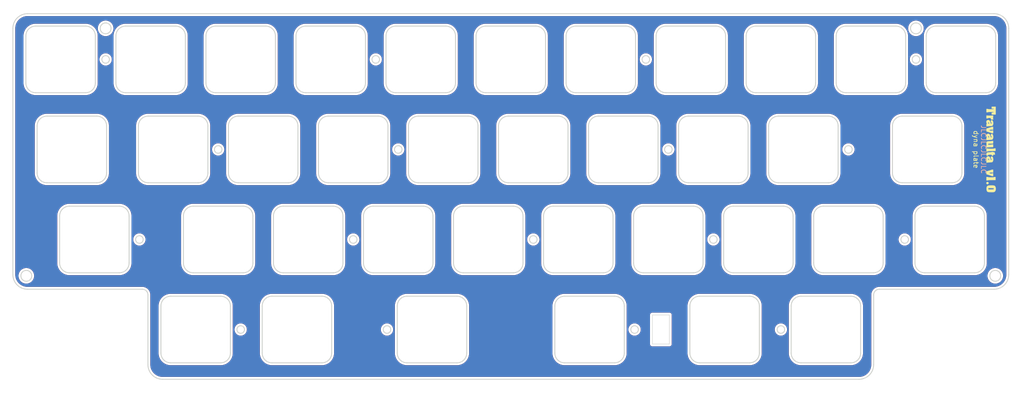
<source format=kicad_pcb>
(kicad_pcb (version 20240108) (generator "pcbnew") (generator_version "8.0")
  (layers (0 "F.Cu" signal) (31 "B.Cu" signal) (34 "B.Paste" user) (35 "F.Paste" user) (36 "B.SilkS" user "B.Silkscreen") (37 "F.SilkS" user "F.Silkscreen") (38 "B.Mask" user) (39 "F.Mask" user) (44 "Edge.Cuts" user))
  (net 0 "")
  (net 1 "GND")
  (footprint "LOGO" (layer "F.Cu") (at 250.825 76.2 -90)
    (property "Reference" "G***" (hide yes))
    (property "Value" "LOGO" (hide yes))
  )
  (gr_arc (start 113.7091 100.2214) (mid 113.101347 101.688647) (end 111.6341 102.2964) (stroke (width 0.2)) (layer "Edge.Cuts"))
  (gr_arc (start 249.44035 100.2213) (mid 248.832594 101.688629) (end 247.37956 102.2964) (stroke (width 0.2)) (layer "Edge.Cuts"))
  (gr_arc (start 201.81535 119.2713) (mid 201.207594 120.738629) (end 199.75456 121.3464) (stroke (width 0.2)) (layer "Edge.Cuts"))
  (gr_arc (start 180.3841 81.1714) (mid 179.776347 82.638647) (end 178.3091 83.2464) (stroke (width 0.2)) (layer "Edge.Cuts"))
  (gr_line (start 127.5841 71.2214) (end 127.5841 81.1714) (stroke (width 0.2)) (layer "Edge.Cuts"))
  (gr_arc (start 71.25 105.774999) (mid 72.098528 106.126471) (end 72.45 106.974999) (stroke (width 0.2)) (layer "Edge.Cuts"))
  (gr_line (start 98.7028 121.3464) (end 109.26706 121.3464) (stroke (width 0.2)) (layer "Edge.Cuts"))
  (gr_line (start 222.9 124.824999) (end 75.55 124.824999) (stroke (width 0.2)) (layer "Edge.Cuts"))
  (gr_line (start 105.8466 64.1964) (end 116.3966 64.1964) (stroke (width 0.2)) (layer "Edge.Cuts"))
  (gr_arc (start 215.3841 102.2964) (mid 213.916853 101.688647) (end 213.3091 100.2214) (stroke (width 0.2)) (layer "Edge.Cuts"))
  (gr_arc (start 111.32785 119.2713) (mid 110.720094 120.738629) (end 109.26706 121.3464) (stroke (width 0.2)) (layer "Edge.Cuts"))
  (gr_line (start 175.6216 62.1214) (end 175.6216 52.1714) (stroke (width 0.2)) (layer "Edge.Cuts"))
  (gr_line (start 46.975 47.474999) (end 251.475 47.474999) (stroke (width 0.2)) (layer "Edge.Cuts"))
  (gr_line (start 237.1216 52.1714) (end 237.1216 62.1214) (stroke (width 0.2)) (layer "Edge.Cuts"))
  (gr_circle (center 120.65 57.15) (end 121.45 57.15) (stroke (width 0.2)) (fill none) (layer "Edge.Cuts"))
  (gr_circle (center 175.41875 114.3) (end 176.21875 114.3) (stroke (width 0.2)) (fill none) (layer "Edge.Cuts"))
  (gr_arc (start 221.1716 107.2464) (mid 222.638847 107.854153) (end 223.2466 109.3214) (stroke (width 0.2)) (layer "Edge.Cuts"))
  (gr_line (start 140.2091 69.1464) (end 129.6591 69.1464) (stroke (width 0.2)) (layer "Edge.Cuts"))
  (gr_arc (start 137.5216 62.1214) (mid 136.913847 63.588647) (end 135.4466 64.1964) (stroke (width 0.2)) (layer "Edge.Cuts"))
  (gr_line (start 211.6466 50.0964) (end 201.0966 50.0964) (stroke (width 0.2)) (layer "Edge.Cuts"))
  (gr_line (start 113.7091 100.2214) (end 113.7091 90.2714) (stroke (width 0.2)) (layer "Edge.Cuts"))
  (gr_arc (start 46.6216 52.1714) (mid 47.229353 50.704153) (end 48.6966 50.0964) (stroke (width 0.2)) (layer "Edge.Cuts"))
  (gr_line (start 137.5216 62.1214) (end 137.5216 52.1714) (stroke (width 0.2)) (layer "Edge.Cuts"))
  (gr_line (start 110.6091 83.2464) (end 121.1591 83.2464) (stroke (width 0.2)) (layer "Edge.Cuts"))
  (gr_arc (start 111.6341 88.1964) (mid 113.101347 88.804153) (end 113.7091 90.2714) (stroke (width 0.2)) (layer "Edge.Cuts"))
  (gr_arc (start 97.3466 50.0964) (mid 98.813847 50.704153) (end 99.4216 52.1714) (stroke (width 0.2)) (layer "Edge.Cuts"))
  (gr_arc (start 156.1591 90.2714) (mid 156.766853 88.804153) (end 158.2341 88.1964) (stroke (width 0.2)) (layer "Edge.Cuts"))
  (gr_arc (start 148.7091 83.2464) (mid 147.241853 82.638647) (end 146.6341 81.1714) (stroke (width 0.2)) (layer "Edge.Cuts"))
  (gr_arc (start 48.6966 64.1964) (mid 47.229353 63.588647) (end 46.6216 62.1214) (stroke (width 0.2)) (layer "Edge.Cuts"))
  (gr_line (start 239.1966 64.1964) (end 249.7466 64.1964) (stroke (width 0.2)) (layer "Edge.Cuts"))
  (gr_arc (start 254.575 102.674999) (mid 253.667031 104.86703) (end 251.475 105.774999) (stroke (width 0.2)) (layer "Edge.Cuts"))
  (gr_arc (start 77.2716 121.3464) (mid 75.804353 120.738647) (end 75.1966 119.2714) (stroke (width 0.2)) (layer "Edge.Cuts"))
  (gr_line (start 197.3591 69.1464) (end 186.8091 69.1464) (stroke (width 0.2)) (layer "Edge.Cuts"))
  (gr_arc (start 146.6341 71.2214) (mid 147.241853 69.754153) (end 148.7091 69.1464) (stroke (width 0.2)) (layer "Edge.Cuts"))
  (gr_line (start 192.5966 50.0964) (end 182.0466 50.0964) (stroke (width 0.2)) (layer "Edge.Cuts"))
  (gr_line (start 51.07785 83.2464) (end 61.62785 83.2464) (stroke (width 0.2)) (layer "Edge.Cuts"))
  (gr_arc (start 46.975 105.774999) (mid 44.782969 104.86703) (end 43.875 102.674999) (stroke (width 0.2)) (layer "Edge.Cuts"))
  (gr_line (start 80.3716 62.1214) (end 80.3716 52.1714) (stroke (width 0.2)) (layer "Edge.Cuts"))
  (gr_line (start 189.1903 121.3464) (end 199.75456 121.3464) (stroke (width 0.2)) (layer "Edge.Cuts"))
  (gr_arc (start 61.3216 62.1214) (mid 60.713847 63.588647) (end 59.2466 64.1964) (stroke (width 0.2)) (layer "Edge.Cuts"))
  (gr_line (start 91.5591 83.2464) (end 102.1091 83.2464) (stroke (width 0.2)) (layer "Edge.Cuts"))
  (gr_arc (start 96.62785 109.3214) (mid 97.235606 107.854171) (end 98.688496 107.2464) (stroke (width 0.2)) (layer "Edge.Cuts"))
  (gr_line (start 158.54035 109.3215) (end 158.54035 119.2714) (stroke (width 0.2)) (layer "Edge.Cuts"))
  (gr_line (start 122.8216 52.1714) (end 122.8216 62.1214) (stroke (width 0.2)) (layer "Edge.Cuts"))
  (gr_line (start 206.8841 88.1964) (end 196.3341 88.1964) (stroke (width 0.2)) (layer "Edge.Cuts"))
  (gr_line (start 97.3466 50.0964) (end 86.7966 50.0964) (stroke (width 0.2)) (layer "Edge.Cuts"))
  (gr_arc (start 121.1591 69.1464) (mid 122.626347 69.754153) (end 123.2341 71.2214) (stroke (width 0.2)) (layer "Edge.Cuts"))
  (gr_arc (start 156.5716 62.1214) (mid 155.963847 63.588647) (end 154.4966 64.1964) (stroke (width 0.2)) (layer "Edge.Cuts"))
  (gr_arc (start 249.7466 50.0964) (mid 251.213847 50.704153) (end 251.8216 52.1714) (stroke (width 0.2)) (layer "Edge.Cuts"))
  (gr_line (start 234.74035 90.2715) (end 234.74035 100.2214) (stroke (width 0.2)) (layer "Edge.Cuts"))
  (gr_line (start 199.7404 107.2464) (end 189.175996 107.2464) (stroke (width 0.2)) (layer "Edge.Cuts"))
  (gr_line (start 218.0716 52.1714) (end 218.0716 62.1214) (stroke (width 0.2)) (layer "Edge.Cuts"))
  (gr_line (start 116.3966 50.0964) (end 105.8466 50.0964) (stroke (width 0.2)) (layer "Edge.Cuts"))
  (gr_arc (start 99.4216 62.1214) (mid 98.813847 63.588647) (end 97.3466 64.1964) (stroke (width 0.2)) (layer "Edge.Cuts"))
  (gr_circle (center 123.03125 114.3) (end 123.83125 114.3) (stroke (width 0.2)) (fill none) (layer "Edge.Cuts"))
  (gr_line (start 205.8591 83.2464) (end 216.4091 83.2464) (stroke (width 0.2)) (layer "Edge.Cuts"))
  (gr_arc (start 123.2341 81.1714) (mid 122.626347 82.638647) (end 121.1591 83.2464) (stroke (width 0.2)) (layer "Edge.Cuts"))
  (gr_line (start 120.1341 102.2964) (end 130.6841 102.2964) (stroke (width 0.2)) (layer "Edge.Cuts"))
  (gr_arc (start 244.67785 81.1713) (mid 244.070094 82.638629) (end 242.61706 83.2464) (stroke (width 0.2)) (layer "Edge.Cuts"))
  (gr_line (start 168.7841 88.1964) (end 158.2341 88.1964) (stroke (width 0.2)) (layer "Edge.Cuts"))
  (gr_line (start 79.9591 90.2714) (end 79.9591 100.2214) (stroke (width 0.2)) (layer "Edge.Cuts"))
  (gr_arc (start 154.4966 50.0964) (mid 155.963847 50.704153) (end 156.5716 52.1714) (stroke (width 0.2)) (layer "Edge.Cuts"))
  (gr_line (start 167.7591 83.2464) (end 178.3091 83.2464) (stroke (width 0.2)) (layer "Edge.Cuts"))
  (gr_arc (start 177.2841 102.2964) (mid 175.816853 101.688647) (end 175.2091 100.2214) (stroke (width 0.2)) (layer "Edge.Cuts"))
  (gr_arc (start 205.8591 83.2464) (mid 204.391853 82.638647) (end 203.7841 81.1714) (stroke (width 0.2)) (layer "Edge.Cuts"))
  (gr_line (start 179.9716 52.1714) (end 179.9716 62.1214) (stroke (width 0.2)) (layer "Edge.Cuts"))
  (gr_circle (center 234.95 57.15) (end 235.75 57.15) (stroke (width 0.2)) (fill none) (layer "Edge.Cuts"))
  (gr_line (start 187.11535 109.3215) (end 187.11535 119.2714) (stroke (width 0.2)) (layer "Edge.Cuts"))
  (gr_arc (start 234.74035 90.2715) (mid 235.348106 88.804171) (end 236.800996 88.1964) (stroke (width 0.2)) (layer "Edge.Cuts"))
  (gr_line (start 232.0528 83.2464) (end 242.61706 83.2464) (stroke (width 0.2)) (layer "Edge.Cuts"))
  (gr_line (start 175.2091 90.2714) (end 175.2091 100.2214) (stroke (width 0.2)) (layer "Edge.Cuts"))
  (gr_arc (start 189.9091 100.2214) (mid 189.301347 101.688647) (end 187.8341 102.2964) (stroke (width 0.2)) (layer "Edge.Cuts"))
  (gr_line (start 242.6029 69.1464) (end 232.038496 69.1464) (stroke (width 0.2)) (layer "Edge.Cuts"))
  (gr_arc (start 99.0091 90.2714) (mid 99.616853 88.804153) (end 101.0841 88.1964) (stroke (width 0.2)) (layer "Edge.Cuts"))
  (gr_line (start 199.4341 81.1714) (end 199.4341 71.2214) (stroke (width 0.2)) (layer "Edge.Cuts"))
  (gr_arc (start 201.0966 64.1964) (mid 199.629353 63.588647) (end 199.0216 62.1214) (stroke (width 0.2)) (layer "Edge.Cuts"))
  (gr_arc (start 89.4841 71.2214) (mid 90.091853 69.754153) (end 91.5591 69.1464) (stroke (width 0.2)) (layer "Edge.Cuts"))
  (gr_arc (start 104.1841 81.1714) (mid 103.576347 82.638647) (end 102.1091 83.2464) (stroke (width 0.2)) (layer "Edge.Cuts"))
  (gr_line (start 225.9341 88.1964) (end 215.3841 88.1964) (stroke (width 0.2)) (layer "Edge.Cuts"))
  (gr_line (start 148.7091 83.2464) (end 159.2591 83.2464) (stroke (width 0.2)) (layer "Edge.Cuts"))
  (gr_arc (start 84.7216 52.1714) (mid 85.329353 50.704153) (end 86.7966 50.0964) (stroke (width 0.2)) (layer "Edge.Cuts"))
  (gr_arc (start 171.1654 107.2464) (mid 172.632629 107.854136) (end 173.24035 109.3214) (stroke (width 0.2)) (layer "Edge.Cuts"))
  (gr_line (start 66.39035 88.1964) (end 55.84035 88.1964) (stroke (width 0.2)) (layer "Edge.Cuts"))
  (gr_line (start 94.6591 100.2214) (end 94.6591 90.2714) (stroke (width 0.2)) (layer "Edge.Cuts"))
  (gr_circle (center 63.5 50.574999) (end 64.65 50.574999) (stroke (width 0.2)) (fill none) (layer "Edge.Cuts"))
  (gr_arc (start 130.6841 88.1964) (mid 132.151347 88.804153) (end 132.7591 90.2714) (stroke (width 0.2)) (layer "Edge.Cuts"))
  (gr_arc (start 218.4841 81.1714) (mid 217.876347 82.638647) (end 216.4091 83.2464) (stroke (width 0.2)) (layer "Edge.Cuts"))
  (gr_line (start 156.1591 90.2714) (end 156.1591 100.2214) (stroke (width 0.2)) (layer "Edge.Cuts"))
  (gr_line (start 68.46535 100.2214) (end 68.46535 90.2714) (stroke (width 0.2)) (layer "Edge.Cuts"))
  (gr_line (start 177.2841 102.2964) (end 187.8341 102.2964) (stroke (width 0.2)) (layer "Edge.Cuts"))
  (gr_circle (center 46.716 102.933999) (end 47.866 102.933999) (stroke (width 0.2)) (fill none) (layer "Edge.Cuts"))
  (gr_arc (start 78.2966 50.0964) (mid 79.763847 50.704153) (end 80.3716 52.1714) (stroke (width 0.2)) (layer "Edge.Cuts"))
  (gr_line (start 82.0341 102.2964) (end 92.5841 102.2964) (stroke (width 0.2)) (layer "Edge.Cuts"))
  (gr_arc (start 65.6716 52.1714) (mid 66.279353 50.704153) (end 67.7466 50.0964) (stroke (width 0.2)) (layer "Edge.Cuts"))
  (gr_arc (start 120.1341 102.2964) (mid 118.666853 101.688647) (end 118.0591 100.2214) (stroke (width 0.2)) (layer "Edge.Cuts"))
  (gr_line (start 89.8966 119.2714) (end 89.8966 109.3214) (stroke (width 0.2)) (layer "Edge.Cuts"))
  (gr_line (start 61.3216 62.1214) (end 61.3216 52.1714) (stroke (width 0.2)) (layer "Edge.Cuts"))
  (gr_arc (start 63.70285 81.1714) (mid 63.095097 82.638647) (end 61.62785 83.2464) (stroke (width 0.2)) (layer "Edge.Cuts"))
  (gr_arc (start 199.7404 107.2464) (mid 201.207629 107.854136) (end 201.81535 109.3214) (stroke (width 0.2)) (layer "Edge.Cuts"))
  (gr_line (start 85.1341 81.1714) (end 85.1341 71.2214) (stroke (width 0.2)) (layer "Edge.Cuts"))
  (gr_line (start 123.2341 81.1714) (end 123.2341 71.2214) (stroke (width 0.2)) (layer "Edge.Cuts"))
  (gr_arc (start 194.2591 90.2714) (mid 194.866853 88.804153) (end 196.3341 88.1964) (stroke (width 0.2)) (layer "Edge.Cuts"))
  (gr_arc (start 178.3091 69.1464) (mid 179.776347 69.754153) (end 180.3841 71.2214) (stroke (width 0.2)) (layer "Edge.Cuts"))
  (gr_circle (center 192.0875 95.25) (end 192.8875 95.25) (stroke (width 0.2)) (fill none) (layer "Edge.Cuts"))
  (gr_arc (start 160.6153 121.3464) (mid 159.148071 120.738664) (end 158.54035 119.2714) (stroke (width 0.2)) (layer "Edge.Cuts"))
  (gr_arc (start 208.9591 100.2214) (mid 208.351347 101.688647) (end 206.8841 102.2964) (stroke (width 0.2)) (layer "Edge.Cuts"))
  (gr_arc (start 80.3716 62.1214) (mid 79.763847 63.588647) (end 78.2966 64.1964) (stroke (width 0.2)) (layer "Edge.Cuts"))
  (gr_arc (start 143.9466 64.1964) (mid 142.479353 63.588647) (end 141.8716 62.1214) (stroke (width 0.2)) (layer "Edge.Cuts"))
  (gr_arc (start 55.84035 102.2964) (mid 54.373103 101.688647) (end 53.76535 100.2214) (stroke (width 0.2)) (layer "Edge.Cuts"))
  (gr_line (start 137.8279 107.2464) (end 127.263496 107.2464) (stroke (width 0.2)) (layer "Edge.Cuts"))
  (gr_line (start 146.6341 71.2214) (end 146.6341 81.1714) (stroke (width 0.2)) (layer "Edge.Cuts"))
  (gr_line (start 46.6216 52.1714) (end 46.6216 62.1214) (stroke (width 0.2)) (layer "Edge.Cuts"))
  (gr_line (start 111.6341 88.1964) (end 101.0841 88.1964) (stroke (width 0.2)) (layer "Edge.Cuts"))
  (gr_line (start 203.7841 71.2214) (end 203.7841 81.1714) (stroke (width 0.2)) (layer "Edge.Cuts"))
  (gr_line (start 99.4216 62.1214) (end 99.4216 52.1714) (stroke (width 0.2)) (layer "Edge.Cuts"))
  (gr_line (start 132.7591 100.2214) (end 132.7591 90.2714) (stroke (width 0.2)) (layer "Edge.Cuts"))
  (gr_arc (start 162.9966 64.1964) (mid 161.529353 63.588647) (end 160.9216 62.1214) (stroke (width 0.2)) (layer "Edge.Cuts"))
  (gr_line (start 199.0216 52.1714) (end 199.0216 62.1214) (stroke (width 0.2)) (layer "Edge.Cuts"))
  (gr_line (start 151.8091 100.2214) (end 151.8091 90.2714) (stroke (width 0.2)) (layer "Edge.Cuts"))
  (gr_line (start 201.0966 64.1964) (end 211.6466 64.1964) (stroke (width 0.2)) (layer "Edge.Cuts"))
  (gr_line (start 129.6591 83.2464) (end 140.2091 83.2464) (stroke (width 0.2)) (layer "Edge.Cuts"))
  (gr_arc (start 139.1841 102.2964) (mid 137.716853 101.688647) (end 137.1091 100.2214) (stroke (width 0.2)) (layer "Edge.Cuts"))
  (gr_line (start 223.2466 119.2714) (end 223.2466 109.3214) (stroke (width 0.2)) (layer "Edge.Cuts"))
  (gr_arc (start 218.0716 52.1714) (mid 218.679353 50.704153) (end 220.1466 50.0964) (stroke (width 0.2)) (layer "Edge.Cuts"))
  (gr_arc (start 68.46535 100.2214) (mid 67.857597 101.688647) (end 66.39035 102.2964) (stroke (width 0.2)) (layer "Edge.Cuts"))
  (gr_line (start 121.1591 69.1464) (end 110.6091 69.1464) (stroke (width 0.2)) (layer "Edge.Cuts"))
  (gr_circle (center 251.734375 102.933999) (end 252.884375 102.933999) (stroke (width 0.2)) (fill none) (layer "Edge.Cuts"))
  (gr_arc (start 103.7716 52.1714) (mid 104.379353 50.704153) (end 105.8466 50.0964) (stroke (width 0.2)) (layer "Edge.Cuts"))
  (gr_arc (start 75.55 124.824999) (mid 73.357969 123.91703) (end 72.45 121.724999) (stroke (width 0.2)) (layer "Edge.Cuts"))
  (gr_arc (start 179.9716 52.1714) (mid 180.579353 50.704153) (end 182.0466 50.0964) (stroke (width 0.2)) (layer "Edge.Cuts"))
  (gr_arc (start 86.7966 64.1964) (mid 85.329353 63.588647) (end 84.7216 62.1214) (stroke (width 0.2)) (layer "Edge.Cuts"))
  (gr_circle (center 232.56875 95.25) (end 233.36875 95.25) (stroke (width 0.2)) (fill none) (layer "Edge.Cuts"))
  (gr_line (start 251.475 105.774999) (end 227.2 105.774999) (stroke (width 0.2)) (layer "Edge.Cuts"))
  (gr_line (start 141.8716 52.1714) (end 141.8716 62.1214) (stroke (width 0.2)) (layer "Edge.Cuts"))
  (gr_line (start 61.62785 69.1464) (end 51.07785 69.1464) (stroke (width 0.2)) (layer "Edge.Cuts"))
  (gr_line (start 130.6841 88.1964) (end 120.1341 88.1964) (stroke (width 0.2)) (layer "Edge.Cuts"))
  (gr_arc (start 49.00285 71.2214) (mid 49.610603 69.754153) (end 51.07785 69.1464) (stroke (width 0.2)) (layer "Edge.Cuts"))
  (gr_line (start 216.4091 69.1464) (end 205.8591 69.1464) (stroke (width 0.2)) (layer "Edge.Cuts"))
  (gr_line (start 249.44035 100.2213) (end 249.44035 90.2714) (stroke (width 0.2)) (layer "Edge.Cuts"))
  (gr_line (start 180.3841 81.1714) (end 180.3841 71.2214) (stroke (width 0.2)) (layer "Edge.Cuts"))
  (gr_line (start 201.81535 119.2713) (end 201.81535 109.3214) (stroke (width 0.2)) (layer "Edge.Cuts"))
  (gr_line (start 160.6153 121.3464) (end 171.17956 121.3464) (stroke (width 0.2)) (layer "Edge.Cuts"))
  (gr_line (start 247.3654 88.1964) (end 236.800996 88.1964) (stroke (width 0.2)) (layer "Edge.Cuts"))
  (gr_line (start 194.2591 90.2714) (end 194.2591 100.2214) (stroke (width 0.2)) (layer "Edge.Cuts"))
  (gr_circle (center 153.9875 95.25) (end 154.7875 95.25) (stroke (width 0.2)) (fill none) (layer "Edge.Cuts"))
  (gr_line (start 228.0091 100.2214) (end 228.0091 90.2714) (stroke (width 0.2)) (layer "Edge.Cuts"))
  (gr_line (start 72.5091 83.2464) (end 83.0591 83.2464) (stroke (width 0.2)) (layer "Edge.Cuts"))
  (gr_line (start 48.6966 64.1964) (end 59.2466 64.1964) (stroke (width 0.2)) (layer "Edge.Cuts"))
  (gr_arc (start 197.3591 69.1464) (mid 198.826347 69.754153) (end 199.4341 71.2214) (stroke (width 0.2)) (layer "Edge.Cuts"))
  (gr_line (start 103.7716 52.1714) (end 103.7716 62.1214) (stroke (width 0.2)) (layer "Edge.Cuts"))
  (gr_line (start 254.575 50.574999) (end 254.575 102.674999) (stroke (width 0.2)) (layer "Edge.Cuts"))
  (gr_line (start 173.5466 50.0964) (end 162.9966 50.0964) (stroke (width 0.2)) (layer "Edge.Cuts"))
  (gr_arc (start 213.7216 62.1214) (mid 213.113847 63.588647) (end 211.6466 64.1964) (stroke (width 0.2)) (layer "Edge.Cuts"))
  (gr_line (start 171.1654 107.2464) (end 160.600996 107.2464) (stroke (width 0.2)) (layer "Edge.Cuts"))
  (gr_line (start 89.4841 71.2214) (end 89.4841 81.1714) (stroke (width 0.2)) (layer "Edge.Cuts"))
  (gr_line (start 77.2716 121.3464) (end 87.8216 121.3464) (stroke (width 0.2)) (layer "Edge.Cuts"))
  (gr_arc (start 105.8466 64.1964) (mid 104.379353 63.588647) (end 103.7716 62.1214) (stroke (width 0.2)) (layer "Edge.Cuts"))
  (gr_arc (start 211.6466 50.0964) (mid 213.113847 50.704153) (end 213.7216 52.1714) (stroke (width 0.2)) (layer "Edge.Cuts"))
  (gr_line (start 154.4966 50.0964) (end 143.9466 50.0964) (stroke (width 0.2)) (layer "Edge.Cuts"))
  (gr_arc (start 251.8216 62.1214) (mid 251.213847 63.588647) (end 249.7466 64.1964) (stroke (width 0.2)) (layer "Edge.Cuts"))
  (gr_arc (start 124.8966 64.1964) (mid 123.429353 63.588647) (end 122.8216 62.1214) (stroke (width 0.2)) (layer "Edge.Cuts"))
  (gr_line (start 75.1966 109.3214) (end 75.1966 119.2714) (stroke (width 0.2)) (layer "Edge.Cuts"))
  (gr_arc (start 151.8091 100.2214) (mid 151.201347 101.688647) (end 149.7341 102.2964) (stroke (width 0.2)) (layer "Edge.Cuts"))
  (gr_arc (start 43.875 50.574999) (mid 44.782969 48.382968) (end 46.975 47.474999) (stroke (width 0.2)) (layer "Edge.Cuts"))
  (gr_arc (start 251.475 47.474999) (mid 253.667031 48.382968) (end 254.575 50.574999) (stroke (width 0.2)) (layer "Edge.Cuts"))
  (gr_line (start 71.25 105.774999) (end 46.975 105.774999) (stroke (width 0.2)) (layer "Edge.Cuts"))
  (gr_arc (start 110.6091 83.2464) (mid 109.141853 82.638647) (end 108.5341 81.1714) (stroke (width 0.2)) (layer "Edge.Cuts"))
  (gr_line (start 99.0091 90.2714) (end 99.0091 100.2214) (stroke (width 0.2)) (layer "Edge.Cuts"))
  (gr_arc (start 173.5466 50.0964) (mid 175.013847 50.704153) (end 175.6216 52.1714) (stroke (width 0.2)) (layer "Edge.Cuts"))
  (gr_line (start 43.875 102.674999) (end 43.875 50.574999) (stroke (width 0.2)) (layer "Edge.Cuts"))
  (gr_circle (center 125.4125 76.2) (end 126.2125 76.2) (stroke (width 0.2)) (fill none) (layer "Edge.Cuts"))
  (gr_arc (start 210.6216 121.3464) (mid 209.154353 120.738647) (end 208.5466 119.2714) (stroke (width 0.2)) (layer "Edge.Cuts"))
  (gr_line (start 96.62785 109.3214) (end 96.62785 119.2714) (stroke (width 0.2)) (layer "Edge.Cuts"))
  (gr_arc (start 199.0216 52.1714) (mid 199.629353 50.704153) (end 201.0966 50.0964) (stroke (width 0.2)) (layer "Edge.Cuts"))
  (gr_arc (start 186.8091 83.2464) (mid 185.341853 82.638647) (end 184.7341 81.1714) (stroke (width 0.2)) (layer "Edge.Cuts"))
  (gr_line (start 189.9091 100.2214) (end 189.9091 90.2714) (stroke (width 0.2)) (layer "Edge.Cuts"))
  (gr_arc (start 140.2091 69.1464) (mid 141.676347 69.754153) (end 142.2841 71.2214) (stroke (width 0.2)) (layer "Edge.Cuts"))
  (gr_line (start 161.3341 81.1714) (end 161.3341 71.2214) (stroke (width 0.2)) (layer "Edge.Cuts"))
  (gr_arc (start 189.1903 121.3464) (mid 187.723071 120.738664) (end 187.11535 119.2714) (stroke (width 0.2)) (layer "Edge.Cuts"))
  (gr_arc (start 67.7466 64.1964) (mid 66.279353 63.588647) (end 65.6716 62.1214) (stroke (width 0.2)) (layer "Edge.Cuts"))
  (gr_line (start 109.2529 107.2464) (end 98.688496 107.2464) (stroke (width 0.2)) (layer "Edge.Cuts"))
  (gr_arc (start 182.0466 64.1964) (mid 180.579353 63.588647) (end 179.9716 62.1214) (stroke (width 0.2)) (layer "Edge.Cuts"))
  (gr_line (start 49.00285 71.2214) (end 49.00285 81.1714) (stroke (width 0.2)) (layer "Edge.Cuts"))
  (gr_arc (start 137.8279 107.2464) (mid 139.295129 107.854136) (end 139.90285 109.3214) (stroke (width 0.2)) (layer "Edge.Cuts"))
  (gr_arc (start 91.5591 83.2464) (mid 90.091853 82.638647) (end 89.4841 81.1714) (stroke (width 0.2)) (layer "Edge.Cuts"))
  (gr_line (start 196.3341 102.2964) (end 206.8841 102.2964) (stroke (width 0.2)) (layer "Edge.Cuts"))
  (gr_line (start 63.70285 81.1714) (end 63.70285 71.2214) (stroke (width 0.2)) (layer "Edge.Cuts"))
  (gr_circle (center 220.6625 76.2) (end 221.4625 76.2) (stroke (width 0.2)) (fill none) (layer "Edge.Cuts"))
  (gr_line (start 139.1841 102.2964) (end 149.7341 102.2964) (stroke (width 0.2)) (layer "Edge.Cuts"))
  (gr_line (start 127.2778 121.3464) (end 137.84206 121.3464) (stroke (width 0.2)) (layer "Edge.Cuts"))
  (gr_line (start 229.97785 71.2215) (end 229.97785 81.1714) (stroke (width 0.2)) (layer "Edge.Cuts"))
  (gr_circle (center 182.5625 76.2) (end 183.3625 76.2) (stroke (width 0.2)) (fill none) (layer "Edge.Cuts"))
  (gr_arc (start 230.6966 50.0964) (mid 232.163847 50.704153) (end 232.7716 52.1714) (stroke (width 0.2)) (layer "Edge.Cuts"))
  (gr_line (start 118.4716 62.1214) (end 118.4716 52.1714) (stroke (width 0.2)) (layer "Edge.Cuts"))
  (gr_line (start 137.1091 90.2714) (end 137.1091 100.2214) (stroke (width 0.2)) (layer "Edge.Cuts"))
  (gr_arc (start 173.24035 119.2713) (mid 172.632594 120.738629) (end 171.17956 121.3464) (stroke (width 0.2)) (layer "Edge.Cuts"))
  (gr_arc (start 135.4466 50.0964) (mid 136.913847 50.704153) (end 137.5216 52.1714) (stroke (width 0.2)) (layer "Edge.Cuts"))
  (gr_line (start 215.3841 102.2964) (end 225.9341 102.2964) (stroke (width 0.2)) (layer "Edge.Cuts"))
  (gr_line (start 251.8216 62.1214) (end 251.8216 52.1714) (stroke (width 0.2)) (layer "Edge.Cuts"))
  (gr_line (start 143.9466 64.1964) (end 154.4966 64.1964) (stroke (width 0.2)) (layer "Edge.Cuts"))
  (gr_line (start 170.8591 100.2214) (end 170.8591 90.2714) (stroke (width 0.2)) (layer "Edge.Cuts"))
  (gr_arc (start 199.4341 81.1714) (mid 198.826347 82.638647) (end 197.3591 83.2464) (stroke (width 0.2)) (layer "Edge.Cuts"))
  (gr_circle (center 206.375 114.3) (end 207.175 114.3) (stroke (width 0.2)) (fill none) (layer "Edge.Cuts"))
  (gr_arc (start 239.1966 64.1964) (mid 237.729353 63.588647) (end 237.1216 62.1214) (stroke (width 0.2)) (layer "Edge.Cuts"))
  (gr_arc (start 232.0528 83.2464) (mid 230.585571 82.638664) (end 229.97785 81.1714) (stroke (width 0.2)) (layer "Edge.Cuts"))
  (gr_line (start 104.1841 81.1714) (end 104.1841 71.2214) (stroke (width 0.2)) (layer "Edge.Cuts"))
  (gr_arc (start 129.6591 83.2464) (mid 128.191853 82.638647) (end 127.5841 81.1714) (stroke (width 0.2)) (layer "Edge.Cuts"))
  (gr_circle (center 234.95 50.574999) (end 236.1 50.574999) (stroke (width 0.2)) (fill none) (layer "Edge.Cuts"))
  (gr_line (start 230.6966 50.0964) (end 220.1466 50.0964) (stroke (width 0.2)) (layer "Edge.Cuts"))
  (gr_line (start 220.1466 64.1964) (end 230.6966 64.1964) (stroke (width 0.2)) (layer "Edge.Cuts"))
  (gr_arc (start 82.0341 102.2964) (mid 80.566853 101.688647) (end 79.9591 100.2214) (stroke (width 0.2)) (layer "Edge.Cuts"))
  (gr_arc (start 208.5466 109.3214) (mid 209.154353 107.854153) (end 210.6216 107.2464) (stroke (width 0.2)) (layer "Edge.Cuts"))
  (gr_arc (start 101.0841 102.2964) (mid 99.616853 101.688647) (end 99.0091 100.2214) (stroke (width 0.2)) (layer "Edge.Cuts"))
  (gr_arc (start 220.1466 64.1964) (mid 218.679353 63.588647) (end 218.0716 62.1214) (stroke (width 0.2)) (layer "Edge.Cuts"))
  (gr_line (start 221.1716 107.2464) (end 210.6216 107.2464) (stroke (width 0.2)) (layer "Edge.Cuts"))
  (gr_line (start 149.7341 88.1964) (end 139.1841 88.1964) (stroke (width 0.2)) (layer "Edge.Cuts"))
  (gr_line (start 213.7216 62.1214) (end 213.7216 52.1714) (stroke (width 0.2)) (layer "Edge.Cuts"))
  (gr_line (start 55.84035 102.2964) (end 66.39035 102.2964) (stroke (width 0.2)) (layer "Edge.Cuts"))
  (gr_arc (start 142.2841 81.1714) (mid 141.676347 82.638647) (end 140.2091 83.2464) (stroke (width 0.2)) (layer "Edge.Cuts"))
  (gr_line (start 160.9216 52.1714) (end 160.9216 62.1214) (stroke (width 0.2)) (layer "Edge.Cuts"))
  (gr_arc (start 203.7841 71.2214) (mid 204.391853 69.754153) (end 205.8591 69.1464) (stroke (width 0.2)) (layer "Edge.Cuts"))
  (gr_arc (start 168.7841 88.1964) (mid 170.251347 88.804153) (end 170.8591 90.2714) (stroke (width 0.2)) (layer "Edge.Cuts"))
  (gr_arc (start 187.8341 88.1964) (mid 189.301347 88.804153) (end 189.9091 90.2714) (stroke (width 0.2)) (layer "Edge.Cuts"))
  (gr_line (start 186.8091 83.2464) (end 197.3591 83.2464) (stroke (width 0.2)) (layer "Edge.Cuts"))
  (gr_arc (start 70.4341 71.2214) (mid 71.041853 69.754153) (end 72.5091 69.1464) (stroke (width 0.2)) (layer "Edge.Cuts"))
  (gr_arc (start 167.7591 83.2464) (mid 166.291853 82.638647) (end 165.6841 81.1714) (stroke (width 0.2)) (layer "Edge.Cuts"))
  (gr_arc (start 223.2466 119.2714) (mid 222.638847 120.738647) (end 221.1716 121.3464) (stroke (width 0.2)) (layer "Edge.Cuts"))
  (gr_line (start 142.2841 81.1714) (end 142.2841 71.2214) (stroke (width 0.2)) (layer "Edge.Cuts"))
  (gr_arc (start 109.2529 107.2464) (mid 110.720129 107.854136) (end 111.32785 109.3214) (stroke (width 0.2)) (layer "Edge.Cuts"))
  (gr_line (start 87.8216 107.2464) (end 77.2716 107.2464) (stroke (width 0.2)) (layer "Edge.Cuts"))
  (gr_arc (start 206.8841 88.1964) (mid 208.351347 88.804153) (end 208.9591 90.2714) (stroke (width 0.2)) (layer "Edge.Cuts"))
  (gr_line (start 78.2966 50.0964) (end 67.7466 50.0964) (stroke (width 0.2)) (layer "Edge.Cuts"))
  (gr_line (start 162.9966 64.1964) (end 173.5466 64.1964) (stroke (width 0.2)) (layer "Edge.Cuts"))
  (gr_arc (start 159.2591 69.1464) (mid 160.726347 69.754153) (end 161.3341 71.2214) (stroke (width 0.2)) (layer "Edge.Cuts"))
  (gr_line (start 182.0466 64.1964) (end 192.5966 64.1964) (stroke (width 0.2)) (layer "Edge.Cuts"))
  (gr_arc (start 108.5341 71.2214) (mid 109.141853 69.754153) (end 110.6091 69.1464) (stroke (width 0.2)) (layer "Edge.Cuts"))
  (gr_line (start 187.8341 88.1964) (end 177.2841 88.1964) (stroke (width 0.2)) (layer "Edge.Cuts"))
  (gr_line (start 83.0591 69.1464) (end 72.5091 69.1464) (stroke (width 0.2)) (layer "Edge.Cuts"))
  (gr_arc (start 98.7028 121.3464) (mid 97.235571 120.738664) (end 96.62785 119.2714) (stroke (width 0.2)) (layer "Edge.Cuts"))
  (gr_circle (center 63.5 57.15) (end 64.3 57.15) (stroke (width 0.2)) (fill none) (layer "Edge.Cuts"))
  (gr_arc (start 158.2341 102.2964) (mid 156.766853 101.688647) (end 156.1591 100.2214) (stroke (width 0.2)) (layer "Edge.Cuts"))
  (gr_arc (start 165.6841 71.2214) (mid 166.291853 69.754153) (end 167.7591 69.1464) (stroke (width 0.2)) (layer "Edge.Cuts"))
  (gr_line (start 249.7466 50.0964) (end 239.1966 50.0964) (stroke (width 0.2)) (layer "Edge.Cuts"))
  (gr_arc (start 175.2091 90.2714) (mid 175.816853 88.804153) (end 177.2841 88.1964) (stroke (width 0.2)) (layer "Edge.Cuts"))
  (gr_arc (start 161.3341 81.1714) (mid 160.726347 82.638647) (end 159.2591 83.2464) (stroke (width 0.2)) (layer "Edge.Cuts"))
  (gr_arc (start 225.9341 88.1964) (mid 227.401347 88.804153) (end 228.0091 90.2714) (stroke (width 0.2)) (layer "Edge.Cuts"))
  (gr_line (start 178.3091 69.1464) (end 167.7591 69.1464) (stroke (width 0.2)) (layer "Edge.Cuts"))
  (gr_arc (start 196.3341 102.2964) (mid 194.866853 101.688647) (end 194.2591 100.2214) (stroke (width 0.2)) (layer "Edge.Cuts"))
  (gr_line (start 232.7716 62.1214) (end 232.7716 52.1714) (stroke (width 0.2)) (layer "Edge.Cuts"))
  (gr_circle (center 115.8875 95.25) (end 116.6875 95.25) (stroke (width 0.2)) (fill none) (layer "Edge.Cuts"))
  (gr_circle (center 70.64375 95.25) (end 71.44375 95.25) (stroke (width 0.2)) (fill none) (layer "Edge.Cuts"))
  (gr_arc (start 94.6591 100.2214) (mid 94.051347 101.688647) (end 92.5841 102.2964) (stroke (width 0.2)) (layer "Edge.Cuts"))
  (gr_arc (start 232.7716 62.1214) (mid 232.163847 63.588647) (end 230.6966 64.1964) (stroke (width 0.2)) (layer "Edge.Cuts"))
  (gr_arc (start 59.2466 50.0964) (mid 60.713847 50.704153) (end 61.3216 52.1714) (stroke (width 0.2)) (layer "Edge.Cuts"))
  (gr_circle (center 92.075 114.3) (end 92.875 114.3) (stroke (width 0.2)) (fill none) (layer "Edge.Cuts"))
  (gr_arc (start 118.4716 62.1214) (mid 117.863847 63.588647) (end 116.3966 64.1964) (stroke (width 0.2)) (layer "Edge.Cuts"))
  (gr_line (start 118.0591 90.2714) (end 118.0591 100.2214) (stroke (width 0.2)) (layer "Edge.Cuts"))
  (gr_rect (start 179.179211 111.222627) (end 182.774442 117.365374) (stroke (width 0.1)) (fill none) (layer "Edge.Cuts"))
  (gr_arc (start 226 106.974999) (mid 226.351472 106.126471) (end 227.2 105.774999) (stroke (width 0.2)) (layer "Edge.Cuts"))
  (gr_arc (start 92.5841 88.1964) (mid 94.051347 88.804153) (end 94.6591 90.2714) (stroke (width 0.2)) (layer "Edge.Cuts"))
  (gr_arc (start 51.07785 83.2464) (mid 49.610603 82.638647) (end 49.00285 81.1714) (stroke (width 0.2)) (layer "Edge.Cuts"))
  (gr_line (start 67.7466 64.1964) (end 78.2966 64.1964) (stroke (width 0.2)) (layer "Edge.Cuts"))
  (gr_arc (start 87.8216 107.2464) (mid 89.288847 107.854153) (end 89.8966 109.3214) (stroke (width 0.2)) (layer "Edge.Cuts"))
  (gr_arc (start 194.6716 62.1214) (mid 194.063847 63.588647) (end 192.5966 64.1964) (stroke (width 0.2)) (layer "Edge.Cuts"))
  (gr_arc (start 66.39035 88.1964) (mid 67.857597 88.804153) (end 68.46535 90.2714) (stroke (width 0.2)) (layer "Edge.Cuts"))
  (gr_arc (start 116.3966 50.0964) (mid 117.863847 50.704153) (end 118.4716 52.1714) (stroke (width 0.2)) (layer "Edge.Cuts"))
  (gr_arc (start 175.6216 62.1214) (mid 175.013847 63.588647) (end 173.5466 64.1964) (stroke (width 0.2)) (layer "Edge.Cuts"))
  (gr_arc (start 132.7591 100.2214) (mid 132.151347 101.688647) (end 130.6841 102.2964) (stroke (width 0.2)) (layer "Edge.Cuts"))
  (gr_line (start 84.7216 52.1714) (end 84.7216 62.1214) (stroke (width 0.2)) (layer "Edge.Cuts"))
  (gr_arc (start 160.9216 52.1714) (mid 161.529353 50.704153) (end 162.9966 50.0964) (stroke (width 0.2)) (layer "Edge.Cuts"))
  (gr_line (start 108.5341 71.2214) (end 108.5341 81.1714) (stroke (width 0.2)) (layer "Edge.Cuts"))
  (gr_arc (start 89.8966 119.2714) (mid 89.288847 120.738647) (end 87.8216 121.3464) (stroke (width 0.2)) (layer "Edge.Cuts"))
  (gr_arc (start 137.1091 90.2714) (mid 137.716853 88.804153) (end 139.1841 88.1964) (stroke (width 0.2)) (layer "Edge.Cuts"))
  (gr_arc (start 79.9591 90.2714) (mid 80.566853 88.804153) (end 82.0341 88.1964) (stroke (width 0.2)) (layer "Edge.Cuts"))
  (gr_line (start 173.24035 119.2713) (end 173.24035 109.3214) (stroke (width 0.2)) (layer "Edge.Cuts"))
  (gr_line (start 236.8153 102.2964) (end 247.37956 102.2964) (stroke (width 0.2)) (layer "Edge.Cuts"))
  (gr_arc (start 127.2778 121.3464) (mid 125.810571 120.738664) (end 125.20285 119.2714) (stroke (width 0.2)) (layer "Edge.Cuts"))
  (gr_line (start 101.0841 102.2964) (end 111.6341 102.2964) (stroke (width 0.2)) (layer "Edge.Cuts"))
  (gr_line (start 210.6216 121.3464) (end 221.1716 121.3464) (stroke (width 0.2)) (layer "Edge.Cuts"))
  (gr_arc (start 85.1341 81.1714) (mid 84.526347 82.638647) (end 83.0591 83.2464) (stroke (width 0.2)) (layer "Edge.Cuts"))
  (gr_arc (start 139.90285 119.2713) (mid 139.295094 120.738629) (end 137.84206 121.3464) (stroke (width 0.2)) (layer "Edge.Cuts"))
  (gr_line (start 165.6841 71.2214) (end 165.6841 81.1714) (stroke (width 0.2)) (layer "Edge.Cuts"))
  (gr_arc (start 53.76535 90.2714) (mid 54.373103 88.804153) (end 55.84035 88.1964) (stroke (width 0.2)) (layer "Edge.Cuts"))
  (gr_arc (start 61.62785 69.1464) (mid 63.095097 69.754153) (end 63.70285 71.2214) (stroke (width 0.2)) (layer "Edge.Cuts"))
  (gr_arc (start 242.6029 69.1464) (mid 244.070129 69.754136) (end 244.67785 71.2214) (stroke (width 0.2)) (layer "Edge.Cuts"))
  (gr_line (start 184.7341 71.2214) (end 184.7341 81.1714) (stroke (width 0.2)) (layer "Edge.Cuts"))
  (gr_arc (start 149.7341 88.1964) (mid 151.201347 88.804153) (end 151.8091 90.2714) (stroke (width 0.2)) (layer "Edge.Cuts"))
  (gr_circle (center 177.8 57.15) (end 178.6 57.15) (stroke (width 0.2)) (fill none) (layer "Edge.Cuts"))
  (gr_arc (start 170.8591 100.2214) (mid 170.251347 101.688647) (end 168.7841 102.2964) (stroke (width 0.2)) (layer "Edge.Cuts"))
  (gr_arc (start 236.8153 102.2964) (mid 235.348071 101.688664) (end 234.74035 100.2214) (stroke (width 0.2)) (layer "Edge.Cuts"))
  (gr_line (start 65.6716 52.1714) (end 65.6716 62.1214) (stroke (width 0.2)) (layer "Edge.Cuts"))
  (gr_arc (start 228.0091 100.2214) (mid 227.401347 101.688647) (end 225.9341 102.2964) (stroke (width 0.2)) (layer "Edge.Cuts"))
  (gr_line (start 92.5841 88.1964) (end 82.0341 88.1964) (stroke (width 0.2)) (layer "Edge.Cuts"))
  (gr_line (start 59.2466 50.0964) (end 48.6966 50.0964) (stroke (width 0.2)) (layer "Edge.Cuts"))
  (gr_line (start 111.32785 119.2713) (end 111.32785 109.3214) (stroke (width 0.2)) (layer "Edge.Cuts"))
  (gr_arc (start 226 121.724999) (mid 225.092031 123.91703) (end 222.9 124.824999) (stroke (width 0.2)) (layer "Edge.Cuts"))
  (gr_arc (start 237.1216 52.1714) (mid 237.729353 50.704153) (end 239.1966 50.0964) (stroke (width 0.2)) (layer "Edge.Cuts"))
  (gr_arc (start 72.5091 83.2464) (mid 71.041853 82.638647) (end 70.4341 81.1714) (stroke (width 0.2)) (layer "Edge.Cuts"))
  (gr_line (start 156.5716 62.1214) (end 156.5716 52.1714) (stroke (width 0.2)) (layer "Edge.Cuts"))
  (gr_line (start 72.45 121.724999) (end 72.45 106.974999) (stroke (width 0.2)) (layer "Edge.Cuts"))
  (gr_line (start 139.90285 119.2713) (end 139.90285 109.3214) (stroke (width 0.2)) (layer "Edge.Cuts"))
  (gr_circle (center 87.3125 76.2) (end 88.1125 76.2) (stroke (width 0.2)) (fill none) (layer "Edge.Cuts"))
  (gr_arc (start 213.3091 90.2714) (mid 213.916853 88.804153) (end 215.3841 88.1964) (stroke (width 0.2)) (layer "Edge.Cuts"))
  (gr_line (start 124.8966 64.1964) (end 135.4466 64.1964) (stroke (width 0.2)) (layer "Edge.Cuts"))
  (gr_arc (start 102.1091 69.1464) (mid 103.576347 69.754153) (end 104.1841 71.2214) (stroke (width 0.2)) (layer "Edge.Cuts"))
  (gr_line (start 158.2341 102.2964) (end 168.7841 102.2964) (stroke (width 0.2)) (layer "Edge.Cuts"))
  (gr_arc (start 118.0591 90.2714) (mid 118.666853 88.804153) (end 120.1341 88.1964) (stroke (width 0.2)) (layer "Edge.Cuts"))
  (gr_line (start 86.7966 64.1964) (end 97.3466 64.1964) (stroke (width 0.2)) (layer "Edge.Cuts"))
  (gr_arc (start 192.5966 50.0964) (mid 194.063847 50.704153) (end 194.6716 52.1714) (stroke (width 0.2)) (layer "Edge.Cuts"))
  (gr_arc (start 216.4091 69.1464) (mid 217.876347 69.754153) (end 218.4841 71.2214) (stroke (width 0.2)) (layer "Edge.Cuts"))
  (gr_arc (start 187.11535 109.3215) (mid 187.723106 107.854171) (end 189.175996 107.2464) (stroke (width 0.2)) (layer "Edge.Cuts"))
  (gr_line (start 159.2591 69.1464) (end 148.7091 69.1464) (stroke (width 0.2)) (layer "Edge.Cuts"))
  (gr_line (start 194.6716 62.1214) (end 194.6716 52.1714) (stroke (width 0.2)) (layer "Edge.Cuts"))
  (gr_line (start 102.1091 69.1464) (end 91.5591 69.1464) (stroke (width 0.2)) (layer "Edge.Cuts"))
  (gr_line (start 70.4341 71.2214) (end 70.4341 81.1714) (stroke (width 0.2)) (layer "Edge.Cuts"))
  (gr_line (start 208.9591 100.2214) (end 208.9591 90.2714) (stroke (width 0.2)) (layer "Edge.Cuts"))
  (gr_arc (start 247.3654 88.1964) (mid 248.832629 88.804136) (end 249.44035 90.2714) (stroke (width 0.2)) (layer "Edge.Cuts"))
  (gr_line (start 218.4841 81.1714) (end 218.4841 71.2214) (stroke (width 0.2)) (layer "Edge.Cuts"))
  (gr_line (start 125.20285 109.3215) (end 125.20285 119.2714) (stroke (width 0.2)) (layer "Edge.Cuts"))
  (gr_arc (start 75.1966 109.3214) (mid 75.804353 107.854153) (end 77.2716 107.2464) (stroke (width 0.2)) (layer "Edge.Cuts"))
  (gr_arc (start 141.8716 52.1714) (mid 142.479353 50.704153) (end 143.9466 50.0964) (stroke (width 0.2)) (layer "Edge.Cuts"))
  (gr_line (start 213.3091 90.2714) (end 213.3091 100.2214) (stroke (width 0.2)) (layer "Edge.Cuts"))
  (gr_line (start 244.67785 81.1713) (end 244.67785 71.2214) (stroke (width 0.2)) (layer "Edge.Cuts"))
  (gr_line (start 53.76535 90.2714) (end 53.76535 100.2214) (stroke (width 0.2)) (layer "Edge.Cuts"))
  (gr_arc (start 127.5841 71.2214) (mid 128.191853 69.754153) (end 129.6591 69.1464) (stroke (width 0.2)) (layer "Edge.Cuts"))
  (gr_arc (start 122.8216 52.1714) (mid 123.429353 50.704153) (end 124.8966 50.0964) (stroke (width 0.2)) (layer "Edge.Cuts"))
  (gr_arc (start 83.0591 69.1464) (mid 84.526347 69.754153) (end 85.1341 71.2214) (stroke (width 0.2)) (layer "Edge.Cuts"))
  (gr_line (start 208.5466 109.3214) (end 208.5466 119.2714) (stroke (width 0.2)) (layer "Edge.Cuts"))
  (gr_arc (start 184.7341 71.2214) (mid 185.341853 69.754153) (end 186.8091 69.1464) (stroke (width 0.2)) (layer "Edge.Cuts"))
  (gr_arc (start 158.54035 109.3215) (mid 159.148106 107.854171) (end 160.600996 107.2464) (stroke (width 0.2)) (layer "Edge.Cuts"))
  (gr_arc (start 125.20285 109.3215) (mid 125.810606 107.854171) (end 127.263496 107.2464) (stroke (width 0.2)) (layer "Edge.Cuts"))
  (gr_arc (start 229.97785 71.2215) (mid 230.585606 69.754171) (end 232.038496 69.1464) (stroke (width 0.2)) (layer "Edge.Cuts"))
  (gr_line (start 226 106.974999) (end 226 121.724999) (stroke (width 0.2)) (layer "Edge.Cuts"))
  (gr_line (start 135.4466 50.0964) (end 124.8966 50.0964) (stroke (width 0.2)) (layer "Edge.Cuts"))
  (gr_text "JLCJLCJLCJLC" (at 249.2375 76.2 -90) (layer "B.SilkS") (effects (font (size 1 1))))
  (gr_text "dyna plate" (at 247.65 76.2 270) (layer "F.SilkS") (effects (font (size 1 1))))
  (zone (net 1) (net_name "GND") (layers "F.Cu" "B.Cu") (connect_pads (clearance 0)) (min_thickness 0.254) (fill yes (thermal_gap 0.508) (thermal_bridge_width 0.508) (island_removal_mode 1) (island_area_min 0))
    (polygon (pts (xy 257.81 44.704) (xy 257.81 132.191504) (xy 41.148 131.937504) (xy 41.148 44.577)))
  )
)
</source>
